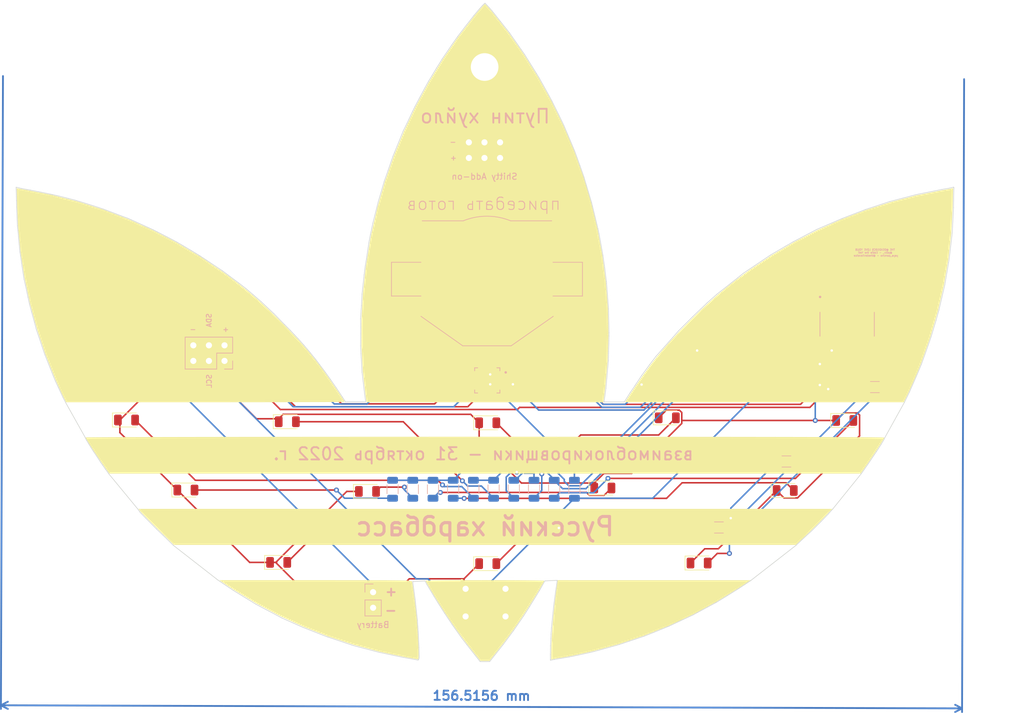
<source format=kicad_pcb>
(kicad_pcb (version 20221018) (generator pcbnew)
  (title_block (title "гопник badge") (date "2023-02-22") (rev "v0.3") (company "DE:AD:10:C5") (comment 1 "Русский хардбасс"))
  (layers (0 "F.Cu" signal) (31 "B.Cu" signal) (34 "B.Paste" user) (35 "F.Paste" user) (36 "B.SilkS" user "B.Silkscreen") (37 "F.SilkS" user "F.Silkscreen") (38 "B.Mask" user) (39 "F.Mask" user) (44 "Edge.Cuts" user))
  (net 0 "")
  (net 1 "GND")
  (net 2 "Net-(D1-Pad2)")
  (net 3 "Net-(D2-Pad2)")
  (net 4 "Net-(D3-Pad2)")
  (net 5 "Net-(D4-Pad2)")
  (net 6 "Net-(D5-Pad2)")
  (net 7 "Net-(D6-Pad2)")
  (net 8 "Net-(D7-Pad2)")
  (net 9 "Net-(D8-Pad2)")
  (net 10 "Net-(D9-Pad2)")
  (net 11 "Net-(D10-Pad2)")
  (net 12 "Net-(D11-Pad2)")
  (net 13 "Net-(D12-Pad2)")
  (net 14 "Net-(J1-Pin_1)")
  (net 15 "VDD")
  (net 16 "/9(SCL)")
  (net 17 "/7(SDA)")
  (net 18 "/4(RST)")
  (net 19 "/12(SAO2)")
  (net 20 "/13(SAO1)")
  (net 21 "/2(LED Bottom Row)")
  (net 22 "/3(LED Mid Row)")
  (net 23 "/5(LED Top Row)")
  (footprint "Adidas:Adidas_Logo" (layer "F.Cu") (at 165.1 91.44)
    (fp_text reference "silkscreen" hide)
    (fp_text value "LOGO" hide)
  )
  (footprint "LED_SMD:LED_1206_3216Metric" (layer "F.Cu") (at 165.5572 129.0828)
    (fp_text reference "D2" hide)
    (fp_text value "CTL1206FWH1T" hide)
  )
  (footprint "DEAD10C5:MountingHole_4.5mm" (layer "F.Cu") (at 165.0492 48.2092)
    (fp_text reference "REF**" hide)
    (fp_text value "MountingHole_4.5mm" hide)
  )
  (footprint "LED_SMD:LED_1206_3216Metric" (layer "F.Cu") (at 145.9715 117.3226)
    (fp_text reference "D5" hide)
    (fp_text value "CTL1206FWH1T" hide)
  )
  (footprint "LED_SMD:LED_1206_3216Metric" (layer "F.Cu") (at 223.6978 105.7656)
    (fp_text reference "D12" hide)
    (fp_text value "CTL1206FWH1T" hide)
  )
  (footprint "LED_SMD:LED_1206_3216Metric" (layer "F.Cu") (at 116.4084 117.094)
    (fp_text reference "D4" hide)
    (fp_text value "CTL1206FWH1T" hide)
  )
  (footprint "Connector_PinHeader_2.54mm:PinHeader_2x03_P2.54mm_Vertical" (layer "F.Cu") (at 162.4838 63.0174 90)
    (fp_text reference "J2" hide)
    (fp_text value "Shitty Add-on")
  )
  (footprint "LED_SMD:LED_1206_3216Metric" (layer "F.Cu") (at 184.3047 116.7638)
    (fp_text reference "D6" hide)
    (fp_text value "CTL1206FWH1T" hide)
  )
  (footprint "LED_SMD:LED_1206_3216Metric" (layer "F.Cu") (at 165.5574 106.1466)
    (fp_text reference "D10" hide)
    (fp_text value "CTL1206FWH1T" hide)
  )
  (footprint "LED_SMD:LED_1206_3216Metric" (layer "F.Cu") (at 106.731 105.6894)
    (fp_text reference "D8" hide)
    (fp_text value "CTL1206FWH1T" hide)
  )
  (footprint "LED_SMD:LED_1206_3216Metric" (layer "F.Cu") (at 132.9184 105.9688)
    (fp_text reference "D9" hide)
    (fp_text value "CTL1206FWH1T" hide)
  )
  (footprint "DEAD10C5:SW_B3F-1000" (layer "F.Cu") (at 165.2016 135.4288)
    (fp_text reference "S1" hide)
    (fp_text value "B3F-1000" hide)
  )
  (footprint "LED_SMD:LED_1206_3216Metric" (layer "F.Cu") (at 194.7928 105.3338)
    (fp_text reference "D11" hide)
    (fp_text value "CTL1206FWH1T" hide)
  )
  (footprint "LED_SMD:LED_1206_3216Metric" (layer "F.Cu") (at 199.9742 128.9812)
    (fp_text reference "D3" hide)
    (fp_text value "CTL1206FWH1T" hide)
  )
  (footprint "LED_SMD:LED_1206_3216Metric" (layer "F.Cu") (at 213.9952 117.1702)
    (fp_text reference "D7" hide)
    (fp_text value "CTL1206FWH1T" hide)
  )
  (footprint "LED_SMD:LED_1206_3216Metric" (layer "F.Cu") (at 131.5098 128.8796)
    (fp_text reference "D1" hide)
    (fp_text value "CTL1206FWH1T" hide)
  )
  (footprint "Resistor_SMD:R_1206_3216Metric" (layer "B.Cu") (at 153.3504 116.967 -90)
    (fp_text reference "R5" hide)
    (fp_text value "220Ω" hide)
  )
  (footprint "Resistor_SMD:R_1206_3216Metric" (layer "B.Cu") (at 150.0604 116.967 -90)
    (fp_text reference "R4" hide)
    (fp_text value "220Ω" hide)
  )
  (footprint "Resistor_SMD:R_1206_3216Metric" (layer "B.Cu") (at 166.5104 116.967 -90)
    (fp_text reference "R9" hide)
    (fp_text value "220Ω" hide)
  )
  (footprint "Resistor_SMD:R_1206_3216Metric" (layer "B.Cu") (at 176.3804 116.967 -90)
    (fp_text reference "R12" hide)
    (fp_text value "220Ω" hide)
  )
  (footprint "Resistor_SMD:R_1206_3216Metric" (layer "B.Cu") (at 179.6704 116.967 -90)
    (fp_text reference "R13" hide)
    (fp_text value "10kΩ" hide)
  )
  (footprint "Resistor_SMD:R_1206_3216Metric" (layer "B.Cu") (at 228.6 100.33)
    (fp_text reference "R3" hide)
    (fp_text value "220Ω" hide)
  )
  (footprint "Resistor_SMD:R_1206_3216Metric" (layer "B.Cu") (at 169.8004 116.967 -90)
    (fp_text reference "R10" hide)
    (fp_text value "220Ω" hide)
  )
  (footprint "Resistor_SMD:R_1206_3216Metric" (layer "B.Cu") (at 163.2204 116.967 -90)
    (fp_text reference "R8" hide)
    (fp_text value "220Ω" hide)
  )
  (footprint "Resistor_SMD:R_1206_3216Metric" (layer "B.Cu") (at 156.6404 116.967 -90)
    (fp_text reference "R6" hide)
    (fp_text value "220Ω" hide)
  )
  (footprint "Connector_PinSocket_2.54mm:PinSocket_1x02_P2.54mm_Vertical" (layer "B.Cu") (at 146.8878 133.7256 180)
    (fp_text reference "J4" hide)
    (fp_text value "Battery")
  )
  (footprint "Resistor_SMD:R_1206_3216Metric" (layer "B.Cu") (at 173.0904 116.967 -90)
    (fp_text reference "R11" hide)
    (fp_text value "220Ω" hide)
  )
  (footprint "Resistor_SMD:R_1206_3216Metric" (layer "B.Cu") (at 214.1982 112.4458 180)
    (fp_text reference "R2" hide)
    (fp_text value "220Ω" hide)
  )
  (footprint "Resistor_SMD:R_1206_3216Metric" (layer "B.Cu") (at 159.9304 116.967 -90)
    (fp_text reference "R7" hide)
    (fp_text value "220Ω" hide)
  )
  (footprint "DEAD10C5:SOIC127P599X175-14N" (layer "B.Cu") (at 224.0801 90.0916 -90)
    (fp_text reference "U2" hide)
    (fp_text value "ATTINY841-SSU" hide)
  )
  (footprint "DEAD10C5:BatteryHolder_Keystone_3002_1x2032" (layer "B.Cu") (at 165.4302 82.7532 180)
    (fp_text reference "BT1" hide)
    (fp_text value "Battery_Cell" hide)
  )
  (footprint "Resistor_SMD:R_1206_3216Metric" (layer "B.Cu") (at 203.2 123.19 180)
    (fp_text reference "R1" hide)
    (fp_text value "220Ω" hide)
  )
  (footprint "Connector_PinHeader_2.54mm:PinHeader_2x03_P2.54mm_Vertical" (layer "B.Cu") (at 122.6924 96.0678 90)
    (fp_text reference "J1" hide)
    (fp_text value "ISP Header" hide)
  )
  (footprint "DEAD10C5:QFN50P400X400X95-24N" (layer "B.Cu") (at 165.481 99.2378 180)
    (fp_text reference "U1" hide)
    (fp_text value "MPU-6050" hide)
  )
  (gr_line (start 159.75 138.97) (end 161.3 141.17) (stroke (width 0.1)) (layer "Edge.Cuts"))
  (gr_line (start 221.57 120.37) (end 221.75 120.17) (stroke (width 0.1)) (layer "Edge.Cuts"))
  (gr_line (start 130.7 88.34) (end 128.6 86.37) (stroke (width 0.1)) (layer "Edge.Cuts"))
  (gr_line (start 184.77 142.86) (end 186.51 142.38) (stroke (width 0.1)) (layer "Edge.Cuts"))
  (gr_line (start 89.26 77.08) (end 89.38 78.34) (stroke (width 0.1)) (layer "Edge.Cuts"))
  (gr_line (start 158.12 46.93) (end 157.24 48.35) (stroke (width 0.1)) (layer "Edge.Cuts"))
  (gr_line (start 146.85 73.65) (end 146.46 75.47) (stroke (width 0.1)) (layer "Edge.Cuts"))
  (gr_line (start 157.47 135.48) (end 158.5 137.1) (stroke (width 0.1)) (layer "Edge.Cuts"))
  (gr_line (start 94.33 97.29) (end 94.82 98.53) (stroke (width 0.1)) (layer "Edge.Cuts"))
  (gr_line (start 241.2 75.2) (end 241.4 71.11) (stroke (width 0.1)) (layer "Edge.Cuts"))
  (gr_line (start 195.08 139.25) (end 197.1 138.3) (stroke (width 0.1)) (layer "Edge.Cuts"))
  (gr_line (start 109.85 121.65) (end 111.61 123.42) (stroke (width 0.1)) (layer "Edge.Cuts"))
  (gr_line (start 153.73 134.9) (end 153.34 132) (stroke (width 0.1)) (layer "Edge.Cuts"))
  (gr_line (start 95.63 100.37) (end 96.39 102) (stroke (width 0.1)) (layer "Edge.Cuts"))
  (gr_line (start 140.86 100.41) (end 139.96 99.11) (stroke (width 0.1)) (layer "Edge.Cuts"))
  (gr_line (start 144.92 94.91) (end 145.09 97.9) (stroke (width 0.1)) (layer "Edge.Cuts"))
  (gr_line (start 189.54 100.08) (end 188.73 101.27) (stroke (width 0.1)) (layer "Edge.Cuts"))
  (gr_line (start 198.97 88.83) (end 196.66 91.14) (stroke (width 0.1)) (layer "Edge.Cuts"))
  (gr_line (start 175.94 139.49) (end 175.87 140.56) (stroke (width 0.1)) (layer "Edge.Cuts"))
  (gr_line (start 176.88 131.8) (end 176.63 133.51) (stroke (width 0.1)) (layer "Edge.Cuts"))
  (gr_line (start 181.62 67.48) (end 181.22 66.13) (stroke (width 0.1)) (layer "Edge.Cuts"))
  (gr_line (start 184.6 80.91) (end 184.31 78.87) (stroke (width 0.1)) (layer "Edge.Cuts"))
  (gr_line (start 144.99 87.06) (end 144.85 89.2) (stroke (width 0.1)) (layer "Edge.Cuts"))
  (gr_line (start 159.7 44.61) (end 158.12 46.93) (stroke (width 0.1)) (layer "Edge.Cuts"))
  (gr_line (start 100 108.52) (end 100.08 108.72) (stroke (width 0.1)) (layer "Edge.Cuts"))
  (gr_line (start 148.7 66.84) (end 147.71 70.22) (stroke (width 0.1)) (layer "Edge.Cuts"))
  (gr_line (start 186.51 142.38) (end 186.94 142.26) (stroke (width 0.1)) (layer "Edge.Cuts"))
  (gr_line (start 175.76 144.81) (end 176.47 144.67) (stroke (width 0.1)) (layer "Edge.Cuts"))
  (gr_line (start 226.37 114.45) (end 227.51 112.82) (stroke (width 0.1)) (layer "Edge.Cuts"))
  (gr_line (start 199.02 137.41) (end 199.71 137.03) (stroke (width 0.1)) (layer "Edge.Cuts"))
  (gr_line (start 184.88 83.17) (end 184.6 80.91) (stroke (width 0.1)) (layer "Edge.Cuts"))
  (gr_line (start 162.19 142.32) (end 164.32 145.03) (stroke (width 0.1)) (layer "Edge.Cuts"))
  (gr_line (start 201.37 136.14) (end 202.68 135.43) (stroke (width 0.1)) (layer "Edge.Cuts"))
  (gr_line (start 239.53 68.14) (end 235.65 68.92) (stroke (width 0.1)) (layer "Edge.Cuts"))
  (gr_line (start 185.31 91.48) (end 185.22 87.61) (stroke (width 0.1)) (layer "Edge.Cuts"))
  (gr_line (start 175.87 140.56) (end 175.84 141.24) (stroke (width 0.1)) (layer "Edge.Cuts"))
  (gr_line (start 230.21 108.58) (end 233.41 102.81) (stroke (width 0.1)) (layer "Edge.Cuts"))
  (gr_line (start 236.72 95.09) (end 237.77 92.09) (stroke (width 0.1)) (layer "Edge.Cuts"))
  (gr_line (start 165.12 37.81) (end 164.98 37.93) (stroke (width 0.1)) (layer "Edge.Cuts"))
  (gr_line (start 139.96 99.11) (end 139.17 98) (stroke (width 0.1)) (layer "Edge.Cuts"))
  (gr_line (start 138.17 96.66) (end 137.55 95.84) (stroke (width 0.1)) (layer "Edge.Cuts"))
  (gr_line (start 127.82 135.7) (end 132.08 137.95) (stroke (width 0.1)) (layer "Edge.Cuts"))
  (gr_line (start 163.33 39.79) (end 162.07 41.4) (stroke (width 0.1)) (layer "Edge.Cuts"))
  (gr_line (start 161.3 141.17) (end 162.19 142.32) (stroke (width 0.1)) (layer "Edge.Cuts"))
  (gr_line (start 95.15 99.33) (end 95.63 100.37) (stroke (width 0.1)) (layer "Edge.Cuts"))
  (gr_line (start 183.5 74.55) (end 182.62 70.92) (stroke (width 0.1)) (layer "Edge.Cuts"))
  (gr_line (start 154.32 144.64) (end 154.39 144.43) (stroke (width 0.1)) (layer "Edge.Cuts"))
  (gr_line (start 182.16 143.55) (end 182.75 143.42) (stroke (width 0.1)) (layer "Edge.Cuts"))
  (gr_line (start 176 53.74) (end 175.5 52.81) (stroke (width 0.1)) (layer "Edge.Cuts"))
  (gr_line (start 132.08 137.95) (end 135.43 139.44) (stroke (width 0.1)) (layer "Edge.Cuts"))
  (gr_line (start 144.87 90.61) (end 144.87 91.54) (stroke (width 0.1)) (layer "Edge.Cuts"))
  (gr_line (start 150.37 62.14) (end 150.13 62.73) (stroke (width 0.1)) (layer "Edge.Cuts"))
  (gr_line (start 93.1 94.06) (end 93.46 95.09) (stroke (width 0.1)) (layer "Edge.Cuts"))
  (gr_line (start 113.39 75.91) (end 111.8 75.09) (stroke (width 0.1)) (layer "Edge.Cuts"))
  (gr_line (start 94.62 68.97) (end 92.84 68.6) (stroke (width 0.1)) (layer "Edge.Cuts"))
  (gr_line (start 197.1 138.3) (end 199.02 137.41) (stroke (width 0.1)) (layer "Edge.Cuts"))
  (gr_line (start 101.34 70.81) (end 98.47 69.92) (stroke (width 0.1)) (layer "Edge.Cuts"))
  (gr_line (start 215.78 126.08) (end 216.73 125.18) (stroke (width 0.1)) (layer "Edge.Cuts"))
  (gr_line (start 127.31 85.25) (end 126.17 84.28) (stroke (width 0.1)) (layer "Edge.Cuts"))
  (gr_line (start 216.73 125.18) (end 218.39 123.65) (stroke (width 0.1)) (layer "Edge.Cuts"))
  (gr_line (start 155.93 50.51) (end 155.32 51.61) (stroke (width 0.1)) (layer "Edge.Cuts"))
  (gr_line (start 89.38 78.34) (end 89.48 78.93) (stroke (width 0.1)) (layer "Edge.Cuts"))
  (gr_line (start 229.62 109.65) (end 230.12 108.8) (stroke (width 0.1)) (layer "Edge.Cuts"))
  (gr_line (start 93.46 95.09) (end 93.82 96) (stroke (width 0.1)) (layer "Edge.Cuts"))
  (gr_line (start 182.46 70.27) (end 181.62 67.48) (stroke (width 0.1)) (layer "Edge.Cuts"))
  (gr_line (start 106.95 72.84) (end 106.21 72.58) (stroke (width 0.1)) (layer "Edge.Cuts"))
  (gr_line (start 235.49 98.24) (end 236.17 96.62) (stroke (width 0.1)) (layer "Edge.Cuts"))
  (gr_line (start 164.98 37.93) (end 164.7 38.19) (stroke (width 0.1)) (layer "Edge.Cuts"))
  (gr_line (start 154.14 144.77) (end 154.29 144.74) (stroke (width 0.1)) (layer "Edge.Cuts"))
  (gr_line (start 109.13 120.91) (end 109.85 121.65) (stroke (width 0.1)) (layer "Edge.Cuts"))
  (gr_line (start 173.48 49.25) (end 171.58 46.2) (stroke (width 0.1)) (layer "Edge.Cuts"))
  (gr_line (start 154.1 138.31) (end 153.73 134.9) (stroke (width 0.1)) (layer "Edge.Cuts"))
  (gr_line (start 234.22 101.15) (end 235.49 98.24) (stroke (width 0.1)) (layer "Edge.Cuts"))
  (gr_line (start 218.39 123.65) (end 219.83 122.22) (stroke (width 0.1)) (layer "Edge.Cuts"))
  (gr_line (start 139.5 141.02) (end 143.74 142.44) (stroke (width 0.1)) (layer "Edge.Cuts"))
  (gr_line (start 219.83 122.22) (end 221.01 120.99) (stroke (width 0.1)) (layer "Edge.Cuts"))
  (gr_line (start 151.77 144.34) (end 154.14 144.77) (stroke (width 0.1)) (layer "Edge.Cuts"))
  (gr_line (start 237.77 92.09) (end 238.56 89.45) (stroke (width 0.1)) (layer "Edge.Cuts"))
  (gr_line (start 134.03 91.76) (end 133.44 91.12) (stroke (width 0.1)) (layer "Edge.Cuts"))
  (gr_line (start 153.34 132) (end 155.35 131.9) (stroke (width 0.1)) (layer "Edge.Cuts"))
  (gr_line (start 91.74 89.74) (end 92.05 90.95) (stroke (width 0.1)) (layer "Edge.Cuts"))
  (gr_line (start 199.71 137.03) (end 201.37 136.14) (stroke (width 0.1)) (layer "Edge.Cuts"))
  (gr_line (start 89.62 67.99) (end 88.76 67.78) (stroke (width 0.1)) (layer "Edge.Cuts"))
  (gr_line (start 95.8 69.24) (end 94.62 68.97) (stroke (width 0.1)) (layer "Edge.Cuts"))
  (gr_line (start 144.85 89.2) (end 144.87 90.61) (stroke (width 0.1)) (layer "Edge.Cuts"))
  (gr_line (start 184.49 102.76) (end 184.8 100.52) (stroke (width 0.1)) (layer "Edge.Cuts"))
  (gr_line (start 157.24 48.35) (end 155.93 50.51) (stroke (width 0.1)) (layer "Edge.Cuts"))
  (gr_line (start 151.8 58.61) (end 150.81 61.06) (stroke (width 0.1)) (layer "Edge.Cuts"))
  (gr_line (start 90.27 83.7) (end 90.69 85.68) (stroke (width 0.1)) (layer "Edge.Cuts"))
  (gr_line (start 196.66 91.14) (end 192.92 95.36) (stroke (width 0.1)) (layer "Edge.Cuts"))
  (gr_line (start 211.64 78.8) (end 207.17 81.8) (stroke (width 0.1)) (layer "Edge.Cuts"))
  (gr_line (start 192.77 140.19) (end 194.88 139.33) (stroke (width 0.1)) (layer "Edge.Cuts"))
  (gr_line (start 177.94 57.7) (end 177.14 56.04) (stroke (width 0.1)) (layer "Edge.Cuts"))
  (gr_line (start 160.66 43.24) (end 159.7 44.61) (stroke (width 0.1)) (layer "Edge.Cuts"))
  (gr_line (start 214.05 77.39) (end 211.64 78.8) (stroke (width 0.1)) (layer "Edge.Cuts"))
  (gr_line (start 191.91 96.69) (end 190.62 98.45) (stroke (width 0.1)) (layer "Edge.Cuts"))
  (gr_line (start 145.51 101.44) (end 145.68 102.72) (stroke (width 0.1)) (layer "Edge.Cuts"))
  (gr_line (start 206.22 82.57) (end 202.87 85.21) (stroke (width 0.1)) (layer "Edge.Cuts"))
  (gr_line (start 155.67 132.51) (end 156.01 133.07) (stroke (width 0.1)) (layer "Edge.Cuts"))
  (gr_line (start 175.84 141.24) (end 175.79 142.45) (stroke (width 0.1)) (layer "Edge.Cuts"))
  (gr_line (start 103.59 114.08) (end 103.85 114.46) (stroke (width 0.1)) (layer "Edge.Cuts"))
  (gr_line (start 126.17 84.28) (end 125.02 83.39) (stroke (width 0.1)) (layer "Edge.Cuts"))
  (gr_line (start 158.5 137.1) (end 159.75 138.97) (stroke (width 0.1)) (layer "Edge.Cuts"))
  (gr_line (start 108.9 120.66) (end 109.13 120.91) (stroke (width 0.1)) (layer "Edge.Cuts"))
  (gr_line (start 236.17 96.62) (end 236.72 95.09) (stroke (width 0.1)) (layer "Edge.Cuts"))
  (gr_line (start 103 71.36) (end 101.34 70.81) (stroke (width 0.1)) (layer "Edge.Cuts"))
  (gr_line (start 102.06 111.85) (end 102.55 112.62) (stroke (width 0.1)) (layer "Edge.Cuts"))
  (gr_line (start 175.79 142.45) (end 175.76 143.89) (stroke (width 0.1)) (layer "Edge.Cuts"))
  (gr_line (start 227.51 112.82) (end 228.87 110.81) (stroke (width 0.1)) (layer "Edge.Cuts"))
  (gr_line (start 188.73 101.27) (end 187.78 102.76) (stroke (width 0.1)) (layer "Edge.Cuts"))
  (gr_line (start 149.34 65.02) (end 148.7 66.84) (stroke (width 0.1)) (layer "Edge.Cuts"))
  (gr_line (start 154.36 142.77) (end 154.23 140.2) (stroke (width 0.1)) (layer "Edge.Cuts"))
  (gr_line (start 100.08 108.72) (end 100.23 108.99) (stroke (width 0.1)) (layer "Edge.Cuts"))
  (gr_line (start 178.81 144.27) (end 180.23 143.98) (stroke (width 0.1)) (layer "Edge.Cuts"))
  (gr_line (start 89.48 78.93) (end 89.75 80.8) (stroke (width 0.1)) (layer "Edge.Cuts"))
  (gr_line (start 111.12 74.74) (end 107.56 73.12) (stroke (width 0.1)) (layer "Edge.Cuts"))
  (gr_line (start 139.17 98) (end 138.17 96.66) (stroke (width 0.1)) (layer "Edge.Cuts"))
  (gr_line (start 145.09 97.9) (end 145.51 101.44) (stroke (width 0.1)) (layer "Edge.Cuts"))
  (gr_line (start 202.68 135.43) (end 202.82 135.36) (stroke (width 0.1)) (layer "Edge.Cuts"))
  (gr_line (start 133.44 91.12) (end 132.45 90.13) (stroke (width 0.1)) (layer "Edge.Cuts"))
  (gr_line (start 154.29 144.74) (end 154.32 144.64) (stroke (width 0.1)) (layer "Edge.Cuts"))
  (gr_line (start 221.75 120.17) (end 226.37 114.45) (stroke (width 0.1)) (layer "Edge.Cuts"))
  (gr_line (start 190.62 98.45) (end 189.73 99.79) (stroke (width 0.1)) (layer "Edge.Cuts"))
  (gr_line (start 150.81 61.06) (end 150.37 62.14) (stroke (width 0.1)) (layer "Edge.Cuts"))
  (gr_line (start 96.85 102.9) (end 100 108.52) (stroke (width 0.1)) (layer "Edge.Cuts"))
  (gr_line (start 173.94 50) (end 173.48 49.25) (stroke (width 0.1)) (layer "Edge.Cuts"))
  (gr_line (start 175.76 143.89) (end 175.76 144.81) (stroke (width 0.1)) (layer "Edge.Cuts"))
  (gr_line (start 114.99 76.75) (end 113.39 75.91) (stroke (width 0.1)) (layer "Edge.Cuts"))
  (gr_line (start 111.61 123.42) (end 112.65 124.42) (stroke (width 0.1)) (layer "Edge.Cuts"))
  (gr_line (start 221.01 120.99) (end 221.57 120.37) (stroke (width 0.1)) (layer "Edge.Cuts"))
  (gr_line (start 138.94 140.82) (end 139.5 141.02) (stroke (width 0.1)) (layer "Edge.Cuts"))
  (gr_line (start 89.94 82.04) (end 90.06 82.79) (stroke (width 0.1)) (layer "Edge.Cuts"))
  (gr_line (start 88.85 71.02) (end 88.97 74.07) (stroke (width 0.1)) (layer "Edge.Cuts"))
  (gr_line (start 204.56 134.29) (end 206.45 133.11) (stroke (width 0.1)) (layer "Edge.Cuts"))
  (gr_line (start 184.91 83.47) (end 184.88 83.17) (stroke (width 0.1)) (layer "Edge.Cuts"))
  (gr_line (start 231.03 70.11) (end 227.08 71.41) (stroke (width 0.1)) (layer "Edge.Cuts"))
  (gr_line (start 202.82 135.36) (end 204.56 134.29) (stroke (width 0.1)) (layer "Edge.Cuts"))
  (gr_line (start 149.91 63.36) (end 149.34 65.02) (stroke (width 0.1)) (layer "Edge.Cuts"))
  (gr_line (start 174.86 131.89) (end 176.88 131.8) (stroke (width 0.1)) (layer "Edge.Cuts"))
  (gr_line (start 103.85 114.46) (end 108.59 120.21) (stroke (width 0.1)) (layer "Edge.Cuts"))
  (gr_line (start 206.45 133.11) (end 207.73 132.27) (stroke (width 0.1)) (layer "Edge.Cuts"))
  (gr_line (start 89.06 74.83) (end 89.26 77.08) (stroke (width 0.1)) (layer "Edge.Cuts"))
  (gr_line (start 185.22 87.61) (end 184.91 83.47) (stroke (width 0.1)) (layer "Edge.Cuts"))
  (gr_line (start 98.47 69.92) (end 97.22 69.6) (stroke (width 0.1)) (layer "Edge.Cuts"))
  (gr_line (start 191.08 140.87) (end 192.77 140.19) (stroke (width 0.1)) (layer "Edge.Cuts"))
  (gr_line (start 184.94 98.95) (end 185.2 96.01) (stroke (width 0.1)) (layer "Edge.Cuts"))
  (gr_line (start 208.39 131.83) (end 215.78 126.08) (stroke (width 0.1)) (layer "Edge.Cuts"))
  (gr_line (start 184.31 78.87) (end 183.68 75.39) (stroke (width 0.1)) (layer "Edge.Cuts"))
  (gr_line (start 154.4 144.3) (end 154.36 142.77) (stroke (width 0.1)) (layer "Edge.Cuts"))
  (gr_line (start 134.68 92.45) (end 134.03 91.76) (stroke (width 0.1)) (layer "Edge.Cuts"))
  (gr_line (start 90.92 86.74) (end 91.27 88.05) (stroke (width 0.1)) (layer "Edge.Cuts"))
  (gr_line (start 132.45 90.13) (end 130.7 88.34) (stroke (width 0.1)) (layer "Edge.Cuts"))
  (gr_line (start 176.3 135.97) (end 175.94 139.49) (stroke (width 0.1)) (layer "Edge.Cuts"))
  (gr_line (start 124.13 133.44) (end 127.82 135.7) (stroke (width 0.1)) (layer "Edge.Cuts"))
  (gr_line (start 88.97 74.07) (end 89.06 74.83) (stroke (width 0.1)) (layer "Edge.Cuts"))
  (gr_line (start 142.38 102.72) (end 141.9 101.97) (stroke (width 0.1)) (layer "Edge.Cuts"))
  (gr_line (start 239.03 87.78) (end 239.98 83.69) (stroke (width 0.1)) (layer "Edge.Cuts"))
  (gr_line (start 145.43 82.07) (end 145.14 84.7) (stroke (width 0.1)) (layer "Edge.Cuts"))
  (gr_line (start 93.82 96) (end 94.33 97.29) (stroke (width 0.1)) (layer "Edge.Cuts"))
  (gr_line (start 88.82 69.95) (end 88.85 71.02) (stroke (width 0.1)) (layer "Edge.Cuts"))
  (gr_line (start 154.49 53.17) (end 153.74 54.58) (stroke (width 0.1)) (layer "Edge.Cuts"))
  (gr_line (start 154.39 144.43) (end 154.4 144.3) (stroke (width 0.1)) (layer "Edge.Cuts"))
  (gr_line (start 125.02 83.39) (end 122.38 81.42) (stroke (width 0.1)) (layer "Edge.Cuts"))
  (gr_line (start 175.5 52.81) (end 173.94 50) (stroke (width 0.1)) (layer "Edge.Cuts"))
  (gr_line (start 89.75 80.8) (end 89.94 82.04) (stroke (width 0.1)) (layer "Edge.Cuts"))
  (gr_line (start 118.73 78.99) (end 117.34 78.14) (stroke (width 0.1)) (layer "Edge.Cuts"))
  (gr_line (start 182.75 143.42) (end 184.77 142.86) (stroke (width 0.1)) (layer "Edge.Cuts"))
  (gr_line (start 169.1 42.65) (end 167.65 40.82) (stroke (width 0.1)) (layer "Edge.Cuts"))
  (gr_line (start 128.6 86.37) (end 127.31 85.25) (stroke (width 0.1)) (layer "Edge.Cuts"))
  (gr_line (start 146.2 76.82) (end 145.81 79.46) (stroke (width 0.1)) (layer "Edge.Cuts"))
  (gr_line (start 145.14 84.7) (end 145.09 85.2) (stroke (width 0.1)) (layer "Edge.Cuts"))
  (gr_line (start 180.57 64.27) (end 179.72 61.92) (stroke (width 0.1)) (layer "Edge.Cuts"))
  (gr_line (start 182.62 70.92) (end 182.46 70.27) (stroke (width 0.1)) (layer "Edge.Cuts"))
  (gr_line (start 135.43 139.44) (end 138.94 140.82) (stroke (width 0.1)) (layer "Edge.Cuts"))
  (gr_line (start 164.32 145.03) (end 165.87 145.03) (stroke (width 0.1)) (layer "Edge.Cuts"))
  (gr_line (start 180.23 143.98) (end 182.16 143.55) (stroke (width 0.1)) (layer "Edge.Cuts"))
  (gr_line (start 121.64 131.77) (end 124.13 133.44) (stroke (width 0.1)) (layer "Edge.Cuts"))
  (gr_line (start 183.68 75.39) (end 183.5 74.55) (stroke (width 0.1)) (layer "Edge.Cuts"))
  (gr_line (start 241.4 71.11) (end 241.46 67.9) (stroke (width 0.1)) (layer "Edge.Cuts"))
  (gr_line (start 169.74 140) (end 171.41 137.58) (stroke (width 0.1)) (layer "Edge.Cuts"))
  (gr_line (start 156.81 134.4) (end 157.47 135.48) (stroke (width 0.1)) (layer "Edge.Cuts"))
  (gr_line (start 144.85 93.63) (end 144.92 94.91) (stroke (width 0.1)) (layer "Edge.Cuts"))
  (gr_line (start 241.46 67.9) (end 241.45 67.77) (stroke (width 0.1)) (layer "Edge.Cuts"))
  (gr_line (start 141.9 101.97) (end 140.86 100.41) (stroke (width 0.1)) (layer "Edge.Cuts"))
  (gr_line (start 88.76 67.78) (end 88.78 68.57) (stroke (width 0.1)) (layer "Edge.Cuts"))
  (gr_line (start 120.51 80.17) (end 119.79 79.69) (stroke (width 0.1)) (layer "Edge.Cuts"))
  (gr_line (start 103.29 113.67) (end 103.59 114.08) (stroke (width 0.1)) (layer "Edge.Cuts"))
  (gr_line (start 117.34 78.14) (end 115.99 77.34) (stroke (width 0.1)) (layer "Edge.Cuts"))
  (gr_line (start 202.87 85.21) (end 201.3 86.6) (stroke (width 0.1)) (layer "Edge.Cuts"))
  (gr_line (start 185.2 96.01) (end 185.31 92.01) (stroke (width 0.1)) (layer "Edge.Cuts"))
  (gr_line (start 106.21 72.58) (end 103 71.36) (stroke (width 0.1)) (layer "Edge.Cuts"))
  (gr_line (start 168.05 142.28) (end 169.74 140) (stroke (width 0.1)) (layer "Edge.Cuts"))
  (gr_line (start 240.6 67.96) (end 239.53 68.14) (stroke (width 0.1)) (layer "Edge.Cuts"))
  (gr_line (start 207.17 81.8) (end 206.22 82.57) (stroke (width 0.1)) (layer "Edge.Cuts"))
  (gr_line (start 90.06 82.79) (end 90.27 83.7) (stroke (width 0.1)) (layer "Edge.Cuts"))
  (gr_line (start 166.29 39.1) (end 165.86 38.61) (stroke (width 0.1)) (layer "Edge.Cuts"))
  (gr_line (start 238.56 89.45) (end 239.03 87.78) (stroke (width 0.1)) (layer "Edge.Cuts"))
  (gr_line (start 174 133.42) (end 174.86 131.89) (stroke (width 0.1)) (layer "Edge.Cuts"))
  (gr_line (start 147.87 143.52) (end 151.77 144.34) (stroke (width 0.1)) (layer "Edge.Cuts"))
  (gr_line (start 101.36 110.81) (end 102.06 111.85) (stroke (width 0.1)) (layer "Edge.Cuts"))
  (gr_line (start 142.38 102.72) (end 145.68 102.72) (stroke (width 0.1)) (layer "Edge.Cuts"))
  (gr_line (start 171.58 46.2) (end 170.96 45.32) (stroke (width 0.1)) (layer "Edge.Cuts"))
  (gr_line (start 91.27 88.05) (end 91.74 89.74) (stroke (width 0.1)) (layer "Edge.Cuts"))
  (gr_line (start 228.87 110.81) (end 229.62 109.65) (stroke (width 0.1)) (layer "Edge.Cuts"))
  (gr_line (start 240.6 80.06) (end 240.71 79.36) (stroke (width 0.1)) (layer "Edge.Cuts"))
  (gr_line (start 92.52 92.31) (end 93.1 94.06) (stroke (width 0.1)) (layer "Edge.Cuts"))
  (gr_line (start 145.09 85.2) (end 144.99 87.06) (stroke (width 0.1)) (layer "Edge.Cuts"))
  (gr_line (start 153.74 54.58) (end 153.3 55.47) (stroke (width 0.1)) (layer "Edge.Cuts"))
  (gr_line (start 144.87 91.54) (end 144.85 93.63) (stroke (width 0.1)) (layer "Edge.Cuts"))
  (gr_line (start 179.72 61.92) (end 178.57 59.19) (stroke (width 0.1)) (layer "Edge.Cuts"))
  (gr_line (start 172.36 136.09) (end 174 133.42) (stroke (width 0.1)) (layer "Edge.Cuts"))
  (gr_line (start 114.36 126.1) (end 121.64 131.77) (stroke (width 0.1)) (layer "Edge.Cuts"))
  (gr_line (start 102.55 112.62) (end 102.84 113.02) (stroke (width 0.1)) (layer "Edge.Cuts"))
  (gr_line (start 150.13 62.73) (end 149.91 63.36) (stroke (width 0.1)) (layer "Edge.Cuts"))
  (gr_line (start 188.66 141.68) (end 191.08 140.87) (stroke (width 0.1)) (layer "Edge.Cuts"))
  (gr_line (start 91.06 68.25) (end 89.62 67.99) (stroke (width 0.1)) (layer "Edge.Cuts"))
  (gr_line (start 165.86 38.61) (end 165.12 37.81) (stroke (width 0.1)) (layer "Edge.Cuts"))
  (gr_line (start 164.22 38.73) (end 163.33 39.79) (stroke (width 0.1)) (layer "Edge.Cuts"))
  (gr_line (start 92.05 90.95) (end 92.52 92.31) (stroke (width 0.1)) (layer "Edge.Cuts"))
  (gr_line (start 108.59 120.21) (end 108.9 120.66) (stroke (width 0.1)) (layer "Edge.Cuts"))
  (gr_line (start 96.39 102) (end 96.85 102.9) (stroke (width 0.1)) (layer "Edge.Cuts"))
  (gr_line (start 145.62 80.54) (end 145.53 81.27) (stroke (width 0.1)) (layer "Edge.Cuts"))
  (gr_line (start 155.32 51.61) (end 154.49 53.17) (stroke (width 0.1)) (layer "Edge.Cuts"))
  (gr_line (start 170.96 45.32) (end 169.1 42.65) (stroke (width 0.1)) (layer "Edge.Cuts"))
  (gr_line (start 164.7 38.19) (end 164.22 38.73) (stroke (width 0.1)) (layer "Edge.Cuts"))
  (gr_line (start 112.65 124.42) (end 114.36 126.1) (stroke (width 0.1)) (layer "Edge.Cuts"))
  (gr_line (start 92.84 68.6) (end 91.06 68.25) (stroke (width 0.1)) (layer "Edge.Cuts"))
  (gr_line (start 186.94 142.26) (end 188.66 141.68) (stroke (width 0.1)) (layer "Edge.Cuts"))
  (gr_line (start 111.8 75.09) (end 111.12 74.74) (stroke (width 0.1)) (layer "Edge.Cuts"))
  (gr_line (start 147.71 70.22) (end 146.85 73.65) (stroke (width 0.1)) (layer "Edge.Cuts"))
  (gr_line (start 241.45 67.77) (end 240.6 67.96) (stroke (width 0.1)) (layer "Edge.Cuts"))
  (gr_line (start 189.73 99.79) (end 189.54 100.08) (stroke (width 0.1)) (layer "Edge.Cuts"))
  (gr_line (start 181.22 66.13) (end 180.57 64.27) (stroke (width 0.1)) (layer "Edge.Cuts"))
  (gr_line (start 155.35 131.9) (end 155.67 132.51) (stroke (width 0.1)) (layer "Edge.Cuts"))
  (gr_line (start 90.69 85.68) (end 90.92 86.74) (stroke (width 0.1)) (layer "Edge.Cuts"))
  (gr_line (start 97.22 69.6) (end 95.8 69.24) (stroke (width 0.1)) (layer "Edge.Cuts"))
  (gr_line (start 102.84 113.02) (end 103.29 113.67) (stroke (width 0.1)) (layer "Edge.Cuts"))
  (gr_line (start 230.12 108.8) (end 230.21 108.58) (stroke (width 0.1)) (layer "Edge.Cuts"))
  (gr_line (start 171.41 137.58) (end 172.36 136.09) (stroke (width 0.1)) (layer "Edge.Cuts"))
  (gr_line (start 94.82 98.53) (end 95.15 99.33) (stroke (width 0.1)) (layer "Edge.Cuts"))
  (gr_line (start 192.92 95.36) (end 191.91 96.69) (stroke (width 0.1)) (layer "Edge.Cuts"))
  (gr_line (start 235.28 69) (end 231.03 70.11) (stroke (width 0.1)) (layer "Edge.Cuts"))
  (gr_line (start 145.53 81.27) (end 145.43 82.07) (stroke (width 0.1)) (layer "Edge.Cuts"))
  (gr_line (start 100.23 108.99) (end 100.58 109.57) (stroke (width 0.1)) (layer "Edge.Cuts"))
  (gr_line (start 145.81 79.46) (end 145.62 80.54) (stroke (width 0.1)) (layer "Edge.Cuts"))
  (gr_line (start 219.17 74.64) (end 215.33 76.65) (stroke (width 0.1)) (layer "Edge.Cuts"))
  (gr_line (start 194.88 139.33) (end 195.08 139.25) (stroke (width 0.1)) (layer "Edge.Cuts"))
  (gr_line (start 107.56 73.12) (end 106.95 72.84) (stroke (width 0.1)) (layer "Edge.Cuts"))
  (gr_line (start 201.3 86.6) (end 198.97 88.83) (stroke (width 0.1)) (layer "Edge.Cuts"))
  (gr_line (start 115.99 77.34) (end 114.99 76.75) (stroke (width 0.1)) (layer "Edge.Cuts"))
  (gr_line (start 178.57 59.19) (end 177.94 57.7) (stroke (width 0.1)) (layer "Edge.Cuts"))
  (gr_line (start 240.71 79.36) (end 241.2 75.2) (stroke (width 0.1)) (layer "Edge.Cuts"))
  (gr_line (start 185.31 92.01) (end 185.31 91.48) (stroke (width 0.1)) (layer "Edge.Cuts"))
  (gr_line (start 162.07 41.4) (end 160.66 43.24) (stroke (width 0.1)) (layer "Edge.Cuts"))
  (gr_line (start 137.55 95.84) (end 136.71 94.8) (stroke (width 0.1)) (layer "Edge.Cuts"))
  (gr_line (start 215.33 76.65) (end 214.05 77.39) (stroke (width 0.1)) (layer "Edge.Cuts"))
  (gr_line (start 233.41 102.81) (end 234.22 101.15) (stroke (width 0.1)) (layer "Edge.Cuts"))
  (gr_line (start 235.65 68.92) (end 235.28 69) (stroke (width 0.1)) (layer "Edge.Cuts"))
  (gr_line (start 177.14 56.04) (end 176 53.74) (stroke (width 0.1)) (layer "Edge.Cuts"))
  (gr_line (start 119.79 79.69) (end 118.73 78.99) (stroke (width 0.1)) (layer "Edge.Cuts"))
  (gr_line (start 153.3 55.47) (end 152.42 57.35) (stroke (width 0.1)) (layer "Edge.Cuts"))
  (gr_line (start 165.87 145.03) (end 168.05 142.28) (stroke (width 0.1)) (layer "Edge.Cuts"))
  (gr_line (start 176.63 133.51) (end 176.3 135.97) (stroke (width 0.1)) (layer "Edge.Cuts"))
  (gr_line (start 167.65 40.82) (end 166.29 39.1) (stroke (width 0.1)) (layer "Edge.Cuts"))
  (gr_line (start 184.8 100.52) (end 184.94 98.95) (stroke (width 0.1)) (layer "Edge.Cuts"))
  (gr_line (start 154.23 140.2) (end 154.1 138.31) (stroke (width 0.1)) (layer "Edge.Cuts"))
  (gr_line (start 207.73 132.27) (end 208.39 131.83) (stroke (width 0.1)) (layer "Edge.Cuts"))
  (gr_line (start 100.58 109.57) (end 100.93 110.14) (stroke (width 0.1)) (layer "Edge.Cuts"))
  (gr_line (start 136.71 94.8) (end 135.62 93.5) (stroke (width 0.1)) (layer "Edge.Cuts"))
  (gr_line (start 146.46 75.47) (end 146.2 76.82) (stroke (width 0.1)) (layer "Edge.Cuts"))
  (gr_line (start 176.47 144.67) (end 178.81 144.27) (stroke (width 0.1)) (layer "Edge.Cuts"))
  (gr_line (start 122.38 81.42) (end 120.51 80.17) (stroke (width 0.1)) (layer "Edge.Cuts"))
  (gr_line (start 152.42 57.35) (end 151.8 58.61) (stroke (width 0.1)) (layer "Edge.Cuts"))
  (gr_line (start 223.28 72.87) (end 219.17 74.64) (stroke (width 0.1)) (layer "Edge.Cuts"))
  (gr_line (start 239.98 83.69) (end 240.6 80.06) (stroke (width 0.1)) (layer "Edge.Cuts"))
  (gr_line (start 187.78 102.76) (end 184.49 102.76) (stroke (width 0.1)) (layer "Edge.Cuts"))
  (gr_line (start 135.62 93.5) (end 134.68 92.45) (stroke (width 0.1)) (layer "Edge.Cuts"))
  (gr_line (start 143.74 142.44) (end 147.87 143.52) (stroke (width 0.1)) (layer "Edge.Cuts"))
  (gr_line (start 227.08 71.41) (end 223.28 72.87) (stroke (width 0.1)) (layer "Edge.Cuts"))
  (gr_line (start 88.78 68.57) (end 88.82 69.95) (stroke (width 0.1)) (layer "Edge.Cuts"))
  (gr_line (start 156.01 133.07) (end 156.81 134.4) (stroke (width 0.1)) (layer "Edge.Cuts"))
  (gr_line (start 100.93 110.14) (end 101.36 110.81) (stroke (width 0.1)) (layer "Edge.Cuts"))
  (gr_text "-" (at 150.9014 137.541) (layer "B.SilkS") (effects (font (size 1.5 1.5) (thickness 0.3) bold) (justify left bottom mirror)))
  (gr_text "SCL" (at 120.1928 99.3648 90) (layer "B.SilkS") (effects (font (size 0.8 0.8)) (justify mirror)))
  (gr_text "+" (at 122.8344 90.9828 90) (layer "B.SilkS") (effects (font (size 0.8 0.8)) (justify mirror)))
  (gr_text "взаимоблокировщики - 31 октябрь 2022 г." (at 164.846 111.2012) (layer "B.SilkS") (effects (font (size 2 2) (thickness 0.3)) (justify mirror)))
  (gr_text "-" (at 117.5512 91.0336 180) (layer "B.SilkS") (effects (font (size 0.8 0.8)) (justify mirror)))
  (gr_text "THE @DEAD10C5 LOVE YOU!!\n@p0lr_ - Eddie the Yeti\nyaya_pancho - @thedevilsvoice " (at 228.6508 78.4352) (layer "B.SilkS") (effects (font (size 0.3 0.3) (thickness 0.075)) (justify mirror)))
  (gr_text "Путин хуйло" (at 165.1254 56.2356) (layer "B.SilkS") (effects (font (size 2.25 2.25) (thickness 0.3)) (justify mirror)))
  (gr_text "-" (at 159.893 60.5282 180) (layer "B.SilkS") (effects (font (size 0.8 0.8)) (justify mirror)))
  (gr_text "+" (at 159.9184 63.0682 90) (layer "B.SilkS") (effects (font (size 0.8 0.8)) (justify mirror)))
  (gr_text "приседать готов" (at 164.8968 70.485) (layer "B.SilkS") (effects (font (size 2 2)) (justify mirror)))
  (gr_text "Русский хардбасс" (at 165.1 123.0376) (layer "B.SilkS") (effects (font (size 3 3) (thickness 0.5)) (justify mirror)))
  (gr_text "SDA" (at 120.1674 89.4588 90) (layer "B.SilkS") (effects (font (size 0.8 0.8)) (justify mirror)))
  (gr_text "+" (at 150.9522 134.493) (layer "B.SilkS") (effects (font (size 1.5 1.5) (thickness 0.3) bold) (justify left bottom mirror)))
  (dimension (type aligned) (layer "B.Cu") (pts (xy 86.617985 49.183655) (xy 243.132785 49.691655)) (height 102.962887) (gr_text "156.5156 mm" (at 164.547042 150.600009 359.8140358) (layer "B.Cu") (effects (font (size 1.5 1.5) (thickness 0.3)))) (format (prefix "") (suffix "") (units 2) (units_format 1) (precision 4)) (style (thickness 0.3) (arrow_length 1.27) (text_position_mode 0) (extension_height 0.58642) (extension_offset 0.5) keep_text_aligned))
  (segment (start 162.7784 104.7676) (end 132.2366 104.7676) (width 0.25) (layer "F.Cu") (net 1))
  (segment (start 226.106 108.2747) (end 216.0025 118.3782) (width 0.25) (layer "F.Cu") (net 1))
  (segment (start 171.0446 115.9545) (end 182.9047 115.9545) (width 0.25) (layer "F.Cu") (net 1))
  (segment (start 182.9047 115.9545) (end 182.9047 116.7638) (width 0.25) (layer "F.Cu") (net 1))
  (segment (start 132.2366 104.7676) (end 131.5184 105.4858) (width 0.25) (layer "F.Cu") (net 1))
  (segment (start 138.4032 136.2656) (end 146.8878 136.2656) (width 0.25) (layer "F.Cu") (net 1))
  (segment (start 194.6387 104.0879) (end 196.7651 104.0879) (width 0.25) (layer "F.Cu") (net 1))
  (segment (start 148.0629 136.2656) (end 152.7773 131.5512) (width 0.25) (layer "F.Cu") (net 1))
  (segment (start 117.6124 93.5278) (end 117.6124 94.7029) (width 0.25) (layer "F.Cu") (net 1))
  (segment (start 223.5134 104.55) (end 225.7687 104.55) (width 0.25) (layer "F.Cu") (net 1))
  (segment (start 197.1525 105.7656) (end 218.8933 105.7656) (width 0.25) (layer "F.Cu") (net 1))
  (segment (start 197.1525 106.2443) (end 197.1525 105.7656) (width 0.25) (layer "F.Cu") (net 1))
  (segment (start 222.2978 105.7656) (end 223.5134 104.55) (width 0.25) (layer "F.Cu") (net 1))
  (segment (start 130.1098 128.8796) (end 131.1468 128.8796) (width 0.25) (layer "F.Cu") (net 1))
  (segment (start 116.6435 94.7029) (end 105.657 105.6894) (width 0.25) (layer "F.Cu") (net 1))
  (segment (start 164.1574 109.0673) (end 171.0446 115.9545) (width 0.25) (layer "F.Cu") (net 1))
  (segment (start 196.7651 104.0879) (end 197.1525 104.4753) (width 0.25) (layer "F.Cu") (net 1))
  (segment (start 127.8855 105.4858) (end 118.9772 96.5775) (width 0.25) (layer "F.Cu") (net 1))
  (segment (start 131.1468 128.7751) (end 142.5993 117.3226) (width 0.25) (layer "F.Cu") (net 1))
  (segment (start 164.1574 106.1466) (end 164.1574 109.0673) (width 0.25) (layer "F.Cu") (net 1))
  (segment (start 131.5184 105.9688) (end 131.5184 105.4858) (width 0.25) (layer "F.Cu") (net 1))
  (segment (start 118.9772 96.5775) (end 118.9772 95.713) (width 0.25) (layer "F.Cu") (net 1))
  (segment (start 164.1574 106.1466) (end 162.7784 104.7676) (width 0.25) (layer "F.Cu") (net 1))
  (segment (start 126.794 128.8796) (end 115.0084 117.094) (width 0.25) (layer "F.Cu") (net 1))
  (segment (start 131.1468 128.8796) (end 131.1468 129.0092) (width 0.25) (layer "F.Cu") (net 1))
  (segment (start 226.106 104.8873) (end 226.106 108.2747) (width 0.25) (layer "F.Cu") (net 1))
  (segment (start 218.8933 105.7656) (end 222.2978 105.7656) (width 0.25) (layer "F.Cu") (net 1))
  (segment (start 184.476 114.3832) (end 189.0136 114.3832) (width 0.25) (layer "F.Cu") (net 1))
  (segment (start 161.6888 131.5512) (end 161.6888 132.916) (width 0.25) (layer "F.Cu") (net 1))
  (segment (start 146.8878 136.2656) (end 148.0629 136.2656) (width 0.25) (layer "F.Cu") (net 1))
  (segment (start 118.9772 95.713) (end 117.9671 94.7029) (width 0.25) (layer "F.Cu") (net 1))
  (segment (start 182.9047 115.9545) (end 184.476 114.3832) (width 0.25) (layer "F.Cu") (net 1))
  (segment (start 131.1468 128.8796) (end 131.1468 128.7751) (width 0.25) (layer "F.Cu") (net 1))
  (segment (start 142.5993 117.3226) (end 144.5715 117.3226) (width 0.25) (layer "F.Cu") (net 1))
  (segment (start 105.331 105.6894) (end 105.657 105.6894) (width 0.25) (layer "F.Cu") (net 1))
  (segment (start 216.0025 118.3782) (end 213.8032 118.3782) (width 0.25) (layer "F.Cu") (net 1))
  (segment (start 161.6888 131.5512) (end 164.1572 129.0828) (width 0.25) (layer "F.Cu") (net 1))
  (segment (start 117.9671 94.7029) (end 117.6124 94.7029) (width 0.25) (layer "F.Cu") (net 1))
  (segment (start 225.7687 104.55) (end 226.106 104.8873) (width 0.25) (layer "F.Cu") (net 1))
  (segment (start 130.1098 128.8796) (end 126.794 128.8796) (width 0.25) (layer "F.Cu") (net 1))
  (segment (start 197.1525 104.4753) (end 197.1525 105.7656) (width 0.25) (layer "F.Cu") (net 1))
  (segment (start 189.0136 114.3832) (end 197.1525 106.2443) (width 0.25) (layer "F.Cu") (net 1))
  (segment (start 131.5184 105.4858) (end 127.8855 105.4858) (width 0.25) (layer "F.Cu") (net 1))
  (segment (start 152.7773 131.5512) (end 161.6888 131.5512) (width 0.25) (layer "F.Cu") (net 1))
  (segment (start 213.8032 118.3782) (end 212.5952 117.1702) (width 0.25) (layer "F.Cu") (net 1))
  (segment (start 105.657 105.6894) (end 105.657 107.7426) (width 0.25) (layer "F.Cu") (net 1))
  (segment (start 193.3928 105.3338) (end 194.6387 104.0879) (width 0.25) (layer "F.Cu") (net 1))
  (segment (start 200.8988 126.6566) (end 198.5742 128.9812) (width 0.25) (layer "F.Cu") (net 1))
  (segment (start 117.6124 94.7029) (end 116.6435 94.7029) (width 0.25) (layer "F.Cu") (net 1))
  (segment (start 203.1088 126.6566) (end 200.8988 126.6566) (width 0.25) (layer "F.Cu") (net 1))
  (segment (start 131.1468 129.0092) (end 138.4032 136.2656) (width 0.25) (layer "F.Cu") (net 1))
  (segment (start 212.5952 117.1702) (end 203.1088 126.6566) (width 0.25) (layer "F.Cu") (net 1))
  (segment (start 161.6888 132.916) (end 161.9516 133.1788) (width 0.25) (layer "F.Cu") (net 1))
  (segment (start 105.657 107.7426) (end 115.0084 117.094) (width 0.25) (layer "F.Cu") (net 1))
  (via (at 218.8933 105.7656) (size 0.8) (drill 0.4) (layers "F.Cu" "B.Cu") (net 1))
  (segment (start 162.4838 60.4774) (end 162.4838 61.6525) (width 0.25) (layer "B.Cu") (net 1))
  (segment (start 162.7909 97.9878) (end 161.1338 96.3307) (width 0.25) (layer "B.Cu") (net 1))
  (segment (start 117.6124 93.5278) (end 118.7875 93.5278) (width 0.25) (layer "B.Cu") (net 1))
  (segment (start 152.6302 96.3307) (end 145.8826 103.0783) (width 0.25) (layer "B.Cu") (net 1))
  (segment (start 163.511 97.9878) (end 162.7909 97.9878) (width 0.25) (layer "B.Cu") (net 1))
  (segment (start 163.6589 60.4774) (end 163.6589 60.1102) (width 0.25) (layer "B.Cu") (net 1))
  (segment (start 220.2701 92.5616) (end 218.8933 93.9384) (width 0.25) (layer "B.Cu") (net 1))
  (segment (start 178.2302 69.4722) (end 178.2302 82.7532) (width 0.25) (layer "B.Cu") (net 1))
  (segment (start 163.6589 60.1102) (end 164.481 59.2881) (width 0.25) (layer "B.Cu") (net 1))
  (segment (start 218.8933 93.9384) (end 218.8933 105.7656) (width 0.25) (layer "B.Cu") (net 1))
  (segment (start 152.6302 96.3307) (end 152.6302 82.7532) (width 0.25) (layer "B.Cu") (net 1))
  (segment (start 140.5601 103.0783) (end 129.8122 92.3304) (width 0.25) (layer "B.Cu") (net 1))
  (segment (start 164.481 59.2881) (end 168.0461 59.2881) (width 0.25) (layer "B.Cu") (net 1))
  (segment (start 168.0461 59.2881) (end 178.2302 69.4722) (width 0.25) (layer "B.Cu") (net 1))
  (segment (start 161.6528 61.6525) (end 162.4838 61.6525) (width 0.25) (layer "B.Cu") (net 1))
  (segment (start 152.6302 82.7532) (end 152.6302 70.6751) (width 0.25) (layer "B.Cu") (net 1))
  (segment (start 152.6302 70.6751) (end 161.6528 61.6525) (width 0.25) (layer "B.Cu") (net 1))
  (segment (start 129.8122 92.3304) (end 119.6177 92.3304) (width 0.25) (layer "B.Cu") (net 1))
  (segment (start 118.7875 93.1606) (end 118.7875 93.5278) (width 0.25) (layer "B.Cu") (net 1))
  (segment (start 119.6177 92.3304) (end 118.7875 93.1606) (width 0.25) (layer "B.Cu") (net 1))
  (segment (start 161.1338 96.3307) (end 152.6302 96.3307) (width 0.25) (layer "B.Cu") (net 1))
  (segment (start 162.4838 60.4774) (end 163.6589 60.4774) (width 0.25) (layer "B.Cu") (net 1))
  (segment (start 145.8826 103.0783) (end 140.5601 103.0783) (width 0.25) (layer "B.Cu") (net 1))
  (segment (start 177.1366 123.2685) (end 138.5209 123.2685) (width 0.25) (layer "F.Cu") (net 2))
  (segment (start 138.5209 123.2685) (end 132.9098 128.8796) (width 0.25) (layer "F.Cu") (net 2))
  (via (at 177.1366 123.2685) (size 0.8) (drill 0.4) (layers "F.Cu" "B.Cu") (net 2))
  (segment (start 201.7375 123.19) (end 201.659 123.2685) (width 0.25) (layer "B.Cu") (net 2))
  (segment (start 201.659 123.2685) (end 177.1366 123.2685) (width 0.25) (layer "B.Cu") (net 2))
  (segment (start 171.1627 124.8773) (end 166.9572 129.0828) (width 0.25) (layer "F.Cu") (net 3))
  (segment (start 205.1315 121.6707) (end 201.9249 124.8773) (width 0.25) (layer "F.Cu") (net 3))
  (segment (start 201.9249 124.8773) (end 171.1627 124.8773) (width 0.25) (layer "F.Cu") (net 3))
  (via (at 205.1315 121.6707) (size 0.8) (drill 0.4) (layers "F.Cu" "B.Cu") (net 3))
  (segment (start 212.7357 112.4458) (end 205.1315 120.05) (width 0.25) (layer "B.Cu") (net 3))
  (segment (start 205.1315 120.05) (end 205.1315 121.6707) (width 0.25) (layer "B.Cu") (net 3))
  (segment (start 202.936 127.4194) (end 201.3742 128.9812) (width 0.25) (layer "F.Cu") (net 4))
  (segment (start 204.9124 127.4194) (end 202.936 127.4194) (width 0.25) (layer "F.Cu") (net 4))
  (via (at 204.9124 127.4194) (size 0.8) (drill 0.4) (layers "F.Cu" "B.Cu") (net 4))
  (segment (start 230.0625 100.33) (end 204.9124 125.4801) (width 0.25) (layer "B.Cu") (net 4))
  (segment (start 204.9124 125.4801) (end 204.9124 127.4194) (width 0.25) (layer "B.Cu") (net 4))
  (segment (start 140.9144 117.094) (end 117.8084 117.094) (width 0.25) (layer "F.Cu") (net 5))
  (via (at 140.9144 117.094) (size 0.8) (drill 0.4) (layers "F.Cu" "B.Cu") (net 5))
  (segment (start 142.2499 118.4295) (end 140.9144 117.094) (width 0.25) (layer "B.Cu") (net 5))
  (segment (start 150.0604 118.4295) (end 142.2499 118.4295) (width 0.25) (layer "B.Cu") (net 5))
  (segment (start 151.9872 116.6187) (end 148.0754 116.6187) (width 0.25) (layer "F.Cu") (net 6))
  (segment (start 148.0754 116.6187) (end 147.3715 117.3226) (width 0.25) (layer "F.Cu") (net 6))
  (via (at 151.9872 116.6187) (size 0.8) (drill 0.4) (layers "F.Cu" "B.Cu") (net 6))
  (segment (start 153.3504 118.4295) (end 151.9872 117.0663) (width 0.25) (layer "B.Cu") (net 6))
  (segment (start 151.9872 117.0663) (end 151.9872 116.6187) (width 0.25) (layer "B.Cu") (net 6))
  (segment (start 182.1224 117.9652) (end 181.6425 117.4853) (width 0.25) (layer "F.Cu") (net 7))
  (segment (start 181.6425 117.4853) (end 157.8376 117.4853) (width 0.25) (layer "F.Cu") (net 7))
  (segment (start 185.7047 116.7638) (end 184.5033 117.9652) (width 0.25) (layer "F.Cu") (net 7))
  (segment (start 184.5033 117.9652) (end 182.1224 117.9652) (width 0.25) (layer "F.Cu") (net 7))
  (via (at 157.8376 117.4853) (size 0.8) (drill 0.4) (layers "F.Cu" "B.Cu") (net 7))
  (segment (start 156.6404 118.4295) (end 157.5846 117.4853) (width 0.25) (layer "B.Cu") (net 7))
  (segment (start 157.5846 117.4853) (end 157.8376 117.4853) (width 0.25) (layer "B.Cu") (net 7))
  (segment (start 197.2113 115.9111) (end 194.672 118.4504) (width 0.25) (layer "F.Cu") (net 8))
  (segment (start 214.1361 115.9111) (end 197.2113 115.9111) (width 0.25) (layer "F.Cu") (net 8))
  (segment (start 215.3952 117.1702) (end 214.1361 115.9111) (width 0.25) (layer "F.Cu") (net 8))
  (segment (start 194.672 118.4504) (end 161.716 118.4504) (width 0.25) (layer "F.Cu") (net 8))
  (via (at 161.716 118.4504) (size 0.8) (drill 0.4) (layers "F.Cu" "B.Cu") (net 8))
  (segment (start 161.6951 118.4295) (end 161.716 118.4504) (width 0.25) (layer "B.Cu") (net 8))
  (segment (start 159.9304 118.4295) (end 161.6951 118.4295) (width 0.25) (layer "B.Cu") (net 8))
  (segment (start 117.9521 115.5105) (end 108.131 105.6894) (width 0.25) (layer "F.Cu") (net 9))
  (segment (start 157.4385 115.5105) (end 117.9521 115.5105) (width 0.25) (layer "F.Cu") (net 9))
  (segment (start 158.1848 116.2568) (end 157.4385 115.5105) (width 0.25) (layer "F.Cu") (net 9))
  (via (at 158.1848 116.2568) (size 0.8) (drill 0.4) (layers "F.Cu" "B.Cu") (net 9))
  (segment (start 158.4584 116.5304) (end 158.1848 116.2568) (width 0.25) (layer "B.Cu") (net 9))
  (segment (start 163.2204 118.4295) (end 161.3213 116.5304) (width 0.25) (layer "B.Cu") (net 9))
  (segment (start 161.3213 116.5304) (end 158.4584 116.5304) (width 0.25) (layer "B.Cu") (net 9))
  (segment (start 161.4207 115.5921) (end 151.7974 105.9688) (width 0.25) (layer "F.Cu") (net 10))
  (segment (start 151.7974 105.9688) (end 134.3184 105.9688) (width 0.25) (layer "F.Cu") (net 10))
  (via (at 161.4207 115.5921) (size 0.8) (drill 0.4) (layers "F.Cu" "B.Cu") (net 10))
  (segment (start 162.2734 116.4448) (end 161.4207 115.5921) (width 0.25) (layer "B.Cu") (net 10))
  (segment (start 164.5257 116.4448) (end 162.2734 116.4448) (width 0.25) (layer "B.Cu") (net 10))
  (segment (start 166.5104 118.4295) (end 164.5257 116.4448) (width 0.25) (layer "B.Cu") (net 10))
  (segment (start 170.2819 109.4711) (end 166.9574 106.1466) (width 0.25) (layer "F.Cu") (net 11))
  (segment (start 170.2819 114.1664) (end 170.2819 109.4711) (width 0.25) (layer "F.Cu") (net 11))
  (via (at 170.2819 114.1664) (size 0.8) (drill 0.4) (layers "F.Cu" "B.Cu") (net 11))
  (segment (start 169.8004 118.4295) (end 168.564 117.1931) (width 0.25) (layer "B.Cu") (net 11))
  (segment (start 168.564 114.9887) (end 169.3863 114.1664) (width 0.25) (layer "B.Cu") (net 11))
  (segment (start 168.564 117.1931) (end 168.564 114.9887) (width 0.25) (layer "B.Cu") (net 11))
  (segment (start 169.3863 114.1664) (end 170.2819 114.1664) (width 0.25) (layer "B.Cu") (net 11))
  (segment (start 193.3934 108.1332) (end 196.1928 105.3338) (width 0.25) (layer "F.Cu") (net 12))
  (segment (start 180.6868 108.1332) (end 193.3934 108.1332) (width 0.25) (layer "F.Cu") (net 12))
  (segment (start 174.3556 114.4644) (end 180.6868 108.1332) (width 0.25) (layer "F.Cu") (net 12))
  (via (at 174.3556 114.4644) (size 0.8) (drill 0.4) (layers "F.Cu" "B.Cu") (net 12))
  (segment (start 173.0904 118.4295) (end 174.3556 117.1643) (width 0.25) (layer "B.Cu") (net 12))
  (segment (start 174.3556 117.1643) (end 174.3556 114.4644) (width 0.25) (layer "B.Cu") (net 12))
  (segment (start 215.6641 115.1993) (end 185.1355 115.1993) (width 0.25) (layer "F.Cu") (net 13))
  (segment (start 225.0978 105.7656) (end 215.6641 115.1993) (width 0.25) (layer "F.Cu") (net 13))
  (via (at 185.1355 115.1993) (size 0.8) (drill 0.4) (layers "F.Cu" "B.Cu") (net 13))
  (segment (start 182.794 117.5408) (end 185.1355 115.1993) (width 0.25) (layer "B.Cu") (net 13))
  (segment (start 177.2691 117.5408) (end 182.794 117.5408) (width 0.25) (layer "B.Cu") (net 13))
  (segment (start 176.3804 118.4295) (end 177.2691 117.5408) (width 0.25) (layer "B.Cu") (net 13))
  (segment (start 123.8675 96.0678) (end 131.7797 103.98) (width 0.25) (layer "F.Cu") (net 14))
  (segment (start 218.0129 103.6378) (end 220.9974 100.6533) (width 0.25) (layer "F.Cu") (net 14))
  (segment (start 170.3968 103.98) (end 170.739 103.6378) (width 0.25) (layer "F.Cu") (net 14))
  (segment (start 131.7797 103.98) (end 170.3968 103.98) (width 0.25) (layer "F.Cu") (net 14))
  (segment (start 122.6924 96.0678) (end 123.8675 96.0678) (width 0.25) (layer "F.Cu") (net 14))
  (segment (start 170.739 103.6378) (end 218.0129 103.6378) (width 0.25) (layer "F.Cu") (net 14))
  (via (at 220.9974 100.6533) (size 0.8) (drill 0.4) (layers "F.Cu" "B.Cu") (net 14))
  (segment (start 220.9974 100.6533) (end 227.8901 93.7606) (width 0.25) (layer "B.Cu") (net 14))
  (segment (start 227.8901 93.7606) (end 227.8901 92.5616) (width 0.25) (layer "B.Cu") (net 14))
  (segment (start 120.7095 94.7029) (end 117.3155 94.7029) (width 0.25) (layer "B.Cu") (net 15))
  (segment (start 165.4302 82.7532) (end 168.1904 85.5134) (width 0.25) (layer "B.Cu") (net 15))
  (segment (start 163.511 100.4878) (end 162.7909 100.4878) (width 0.25) (layer "B.Cu") (net 15))
  (segment (start 208.0717 87.6216) (end 220.2701 87.6216) (width 0.25) (layer "B.Cu") (net 15))
  (segment (start 165.4302 82.7532) (end 166.199 81.9844) (width 0.25) (layer "B.Cu") (net 15))
  (segment (start 182.2991 113.3942) (end 208.0717 87.6216) (width 0.25) (layer "B.Cu") (net 15))
  (segment (start 179.6704 115.5045) (end 179.6704 113.3942) (width 0.25) (layer "B.Cu") (net 15))
  (segment (start 164.4667 61.8423) (end 163.6589 62.6501) (width 0.25) (layer "B.Cu") (net 15))
  (segment (start 163.961 101.928) (end 168.1904 101.928) (width 0.25) (layer "B.Cu") (net 15))
  (segment (start 122.1049 93.5278) (end 121.5173 93.5278) (width 0.25) (layer "B.Cu") (net 15))
  (segment (start 163.6589 62.6501) (end 163.6589 63.0174) (width 0.25) (layer "B.Cu") (net 15))
  (segment (start 168.1904 85.5134) (end 168.1904 101.928) (width 0.25) (layer "B.Cu") (net 15))
  (segment (start 166.199 81.9844) (end 166.199 62.4917) (width 0.25) (layer "B.Cu") (net 15))
  (segment (start 146.8878 133.7256) (end 146.8878 132.5505) (width 0.25) (layer "B.Cu") (net 15))
  (segment (start 122.6924 93.5278) (end 123.8675 93.5278) (width 0.25) (layer "B.Cu") (net 15))
  (segment (start 162.4838 63.0174) (end 163.6589 63.0174) (width 0.25) (layer "B.Cu") (net 15))
  (segment (start 162.7909 100.4878) (end 162.7909 100.7579) (width 0.25) (layer "B.Cu") (net 15))
  (segment (start 116.3897 102.0524) (end 146.8878 132.5505) (width 0.25) (layer "B.Cu") (net 15))
  (segment (start 121.5173 93.5278) (end 121.5173 93.8951) (width 0.25) (layer "B.Cu") (net 15))
  (segment (start 122.1049 93.5278) (end 122.6924 93.5278) (width 0.25) (layer "B.Cu") (net 15))
  (segment (start 165.5496 61.8423) (end 164.4667 61.8423) (width 0.25) (layer "B.Cu") (net 15))
  (segment (start 116.3897 95.6287) (end 116.3897 102.0524) (width 0.25) (layer "B.Cu") (net 15))
  (segment (start 117.3155 94.7029) (end 116.3897 95.6287) (width 0.25) (layer "B.Cu") (net 15))
  (segment (start 166.199 62.4917) (end 165.5496 61.8423) (width 0.25) (layer "B.Cu") (net 15))
  (segment (start 123.8675 93.5278) (end 133.8725 103.5328) (width 0.25) (layer "B.Cu") (net 15))
  (segment (start 160.016 103.5328) (end 162.7909 100.7579) (width 0.25) (layer "B.Cu") (net 15))
  (segment (start 168.1904 101.928) (end 168.2042 101.928) (width 0.25) (layer "B.Cu") (net 15))
  (segment (start 121.5173 93.8951) (end 120.7095 94.7029) (width 0.25) (layer "B.Cu") (net 15))
  (segment (start 179.6704 113.3942) (end 182.2991 113.3942) (width 0.25) (layer "B.Cu") (net 15))
  (segment (start 168.2042 101.928) (end 179.6704 113.3942) (width 0.25) (layer "B.Cu") (net 15))
  (segment (start 162.7909 100.7579) (end 163.961 101.928) (width 0.25) (layer "B.Cu") (net 15))
  (segment (start 133.8725 103.5328) (end 160.016 103.5328) (width 0.25) (layer "B.Cu") (net 15))
  (segment (start 118.9618 93.0056) (end 118.9618 94.0693) (width 0.25) (layer "F.Cu") (net 16))
  (segment (start 141.7557 103.0604) (end 131.0005 92.3052) (width 0.25) (layer "F.Cu") (net 16))
  (segment (start 163.8296 96.1383) (end 156.9075 103.0604) (width 0.25) (layer "F.Cu") (net 16))
  (segment (start 163.8296 62.4814) (end 164.6585 61.6525) (width 0.25) (layer "F.Cu") (net 16))
  (segment (start 216.4864 103.141) (end 184.3846 103.141) (width 0.25) (layer "F.Cu") (net 16))
  (segment (start 119.7852 94.8927) (end 120.1524 94.8927) (width 0.25) (layer "F.Cu") (net 16))
  (segment (start 156.9075 103.0604) (end 141.7557 103.0604) (width 0.25) (layer "F.Cu") (net 16))
  (segment (start 164.6585 61.6525) (end 165.0238 61.6525) (width 0.25) (layer "F.Cu") (net 16))
  (segment (start 118.9618 94.0693) (end 119.7852 94.8927) (width 0.25) (layer "F.Cu") (net 16))
  (segment (start 119.6622 92.3052) (end 118.9618 93.0056) (width 0.25) (layer "F.Cu") (net 16))
  (segment (start 179.5085 98.2649) (end 165.9562 98.2649) (width 0.25) (layer "F.Cu") (net 16))
  (segment (start 163.8296 96.1383) (end 163.8296 62.4814) (width 0.25) (layer "F.Cu") (net 16))
  (segment (start 131.0005 92.3052) (end 119.6622 92.3052) (width 0.25) (layer "F.Cu") (net 16))
  (segment (start 184.3846 103.141) (end 179.5085 98.2649) (width 0.25) (layer "F.Cu") (net 16))
  (segment (start 219.6344 99.993) (end 216.4864 103.141) (width 0.25) (layer "F.Cu") (net 16))
  (segment (start 165.9562 98.2649) (end 163.8296 96.1383) (width 0.25) (layer "F.Cu") (net 16))
  (segment (start 120.1524 96.0678) (end 120.1524 94.8927) (width 0.25) (layer "F.Cu") (net 16))
  (segment (start 165.0238 60.4774) (end 165.0238 61.6525) (width 0.25) (layer "F.Cu") (net 16))
  (via (at 219.6344 99.993) (size 0.8) (drill 0.4) (layers "F.Cu" "B.Cu") (net 16))
  (via (at 165.9562 98.2649) (size 0.8) (drill 0.4) (layers "F.Cu" "B.Cu") (net 16))
  (segment (start 166.231 97.9901) (end 165.9562 98.2649) (width 0.25) (layer "B.Cu") (net 16))
  (segment (start 166.231 97.2678) (end 166.231 97.9901) (width 0.25) (layer "B.Cu") (net 16))
  (segment (start 226.6201 92.5616) (end 226.6201 93.0073) (width 0.25) (layer "B.Cu") (net 16))
  (segment (start 226.6201 93.0073) (end 219.6344 99.993) (width 0.25) (layer "B.Cu") (net 16))
  (segment (start 169.654 99.8776) (end 165.9585 99.8776) (width 0.25) (layer "F.Cu") (net 17))
  (segment (start 120.1524 93.5278) (end 121.3275 93.5278) (width 0.25) (layer "F.Cu") (net 17))
  (segment (start 125.6091 94.8926) (end 122.327 94.8926) (width 0.25) (layer "F.Cu") (net 17))
  (segment (start 165.9585 99.8776) (end 162.3063 103.5298) (width 0.25) (layer "F.Cu") (net 17))
  (segment (start 122.327 94.8926) (end 121.3275 93.8931) (width 0.25) (layer "F.Cu") (net 17))
  (segment (start 162.3063 103.5298) (end 134.2463 103.5298) (width 0.25) (layer "F.Cu") (net 17))
  (segment (start 134.2463 103.5298) (end 125.6091 94.8926) (width 0.25) (layer "F.Cu") (net 17))
  (segment (start 121.3275 93.8931) (end 121.3275 93.5278) (width 0.25) (layer "F.Cu") (net 17))
  (via (at 165.9585 99.8776) (size 0.8) (drill 0.4) (layers "F.Cu" "B.Cu") (net 17))
  (via (at 169.654 99.8776) (size 0.8) (drill 0.4) (layers "F.Cu" "B.Cu") (net 17))
  (segment (start 165.0238 63.0174) (end 165.0238 64.1925) (width 0.25) (layer "B.Cu") (net 17))
  (segment (start 227.8901 86.4752) (end 227.8901 87.6216) (width 0.25) (layer "B.Cu") (net 17))
  (segment (start 226.7275 85.3126) (end 227.8901 86.4752) (width 0.25) (layer "B.Cu") (net 17))
  (segment (start 166.731 97.2678) (end 166.731 96.5477) (width 0.25) (layer "B.Cu") (net 17))
  (segment (start 166.1268 96.5477) (end 156.203 86.6239) (width 0.25) (layer "B.Cu") (net 17))
  (segment (start 166.6862 97.3126) (end 166.6862 99.1499) (width 0.25) (layer "B.Cu") (net 17))
  (segment (start 173.84 104.0636) (end 190.993 104.0636) (width 0.25) (layer "B.Cu") (net 17))
  (segment (start 166.731 97.2678) (end 166.6862 97.3126) (width 0.25) (layer "B.Cu") (net 17))
  (segment (start 156.203 86.6239) (end 156.203 73.0133) (width 0.25) (layer "B.Cu") (net 17))
  (segment (start 166.731 96.5477) (end 166.1268 96.5477) (width 0.25) (layer "B.Cu") (net 17))
  (segment (start 190.993 104.0636) (end 209.744 85.3126) (width 0.25) (layer "B.Cu") (net 17))
  (segment (start 156.203 73.0133) (end 165.0238 64.1925) (width 0.25) (layer "B.Cu") (net 17))
  (segment (start 169.654 99.8776) (end 173.84 104.0636) (width 0.25) (layer "B.Cu") (net 17))
  (segment (start 166.6862 99.1499) (end 165.9585 99.8776) (width 0.25) (layer "B.Cu") (net 17))
  (segment (start 209.744 85.3126) (end 226.7275 85.3126) (width 0.25) (layer "B.Cu") (net 17))
  (segment (start 224.0801 87.1205) (end 224.0801 87.6216) (width 0.25) (layer "B.Cu") (net 18))
  (segment (start 224.1099 90.5992) (end 225.9851 88.724) (width 0.25) (layer "B.Cu") (net 18))
  (segment (start 153.9116 131.5591) (end 155.8319 131.5591) (width 0.25) (layer "B.Cu") (net 18))
  (segment (start 179.6704 118.4295) (end 192.4154 118.4295) (width 0.25) (layer "B.Cu") (net 18))
  (segment (start 225.9851 86.485) (end 225.7857 86.2856) (width 0.25) (layer "B.Cu") (net 18))
  (segment (start 161.1864 136.9135) (end 161.9516 137.6788) (width 0.25) (layer "B.Cu") (net 18))
  (segment (start 155.8319 131.5591) (end 161.1864 136.9135) (width 0.25) (layer "B.Cu") (net 18))
  (segment (start 192.4154 118.4295) (end 220.2457 90.5992) (width 0.25) (layer "B.Cu") (net 18))
  (segment (start 161.1864 136.9135) (end 179.6704 118.4295) (width 0.25) (layer "B.Cu") (net 18))
  (segment (start 117.6124 96.0678) (end 118.7875 96.0678) (width 0.25) (layer "B.Cu") (net 18))
  (segment (start 225.9851 88.724) (end 225.9851 86.485) (width 0.25) (layer "B.Cu") (net 18))
  (segment (start 220.2457 90.5992) (end 224.1099 90.5992) (width 0.25) (layer "B.Cu") (net 18))
  (segment (start 118.7875 96.0678) (end 118.7875 96.435) (width 0.25) (layer "B.Cu") (net 18))
  (segment (start 225.7857 86.2856) (end 224.915 86.2856) (width 0.25) (layer "B.Cu") (net 18))
  (segment (start 224.915 86.2856) (end 224.0801 87.1205) (width 0.25) (layer "B.Cu") (net 18))
  (segment (start 118.7875 96.435) (end 153.9116 131.5591) (width 0.25) (layer "B.Cu") (net 18))
  (segment (start 221.5728 94.3764) (end 199.6548 94.3764) (width 0.25) (layer "F.Cu") (net 19))
  (via (at 221.5728 94.3764) (size 0.8) (drill 0.4) (layers "F.Cu" "B.Cu") (net 19))
  (via (at 199.6548 94.3764) (size 0.8) (drill 0.4) (layers "F.Cu" "B.Cu") (net 19))
  (segment (start 174.9049 71.5336) (end 174.9049 94.3885) (width 0.25) (layer "B.Cu") (net 19))
  (segment (start 222.8101 92.5616) (end 222.8101 93.1391) (width 0.25) (layer "B.Cu") (net 19))
  (segment (start 184.1298 103.6134) (end 190.4178 103.6134) (width 0.25) (layer "B.Cu") (net 19))
  (segment (start 167.5638 63.0174) (end 167.5638 64.1925) (width 0.25) (layer "B.Cu") (net 19))
  (segment (start 174.9049 94.3885) (end 184.1298 103.6134) (width 0.25) (layer "B.Cu") (net 19))
  (segment (start 167.5638 64.1925) (end 174.9049 71.5336) (width 0.25) (layer "B.Cu") (net 19))
  (segment (start 190.4178 103.6134) (end 199.6548 94.3764) (width 0.25) (layer "B.Cu") (net 19))
  (segment (start 222.8101 93.1391) (end 221.5728 94.3764) (width 0.25) (layer "B.Cu") (net 19))
  (segment (start 219.6373 96.5772) (end 216.2901 99.9244) (width 0.25) (layer "F.Cu") (net 20))
  (segment (start 216.2901 99.9244) (end 190.6099 99.9244) (width 0.25) (layer "F.Cu") (net 20))
  (via (at 190.6099 99.9244) (size 0.8) (drill 0.4) (layers "F.Cu" "B.Cu") (net 20))
  (via (at 219.6373 96.5772) (size 0.8) (drill 0.4) (layers "F.Cu" "B.Cu") (net 20))
  (segment (start 219.6373 96.5772) (end 219.6373 95.2865) (width 0.25) (layer "B.Cu") (net 20))
  (segment (start 190.6099 99.9244) (end 190.6099 100.4673) (width 0.25) (layer "B.Cu") (net 20))
  (segment (start 175.3551 69.0786) (end 167.929 61.6525) (width 0.25) (layer "B.Cu") (net 20))
  (segment (start 175.3551 94.17) (end 175.3551 69.0786) (width 0.25) (layer "B.Cu") (net 20))
  (segment (start 219.6373 95.2865) (end 221.5401 93.3837) (width 0.25) (layer "B.Cu") (net 20))
  (segment (start 167.5638 60.4774) (end 167.5638 61.6525) (width 0.25) (layer "B.Cu") (net 20))
  (segment (start 167.929 61.6525) (end 167.5638 61.6525) (width 0.25) (layer "B.Cu") (net 20))
  (segment (start 221.5401 93.3837) (end 221.5401 92.5616) (width 0.25) (layer "B.Cu") (net 20))
  (segment (start 184.317 103.1319) (end 175.3551 94.17) (width 0.25) (layer "B.Cu") (net 20))
  (segment (start 190.6099 100.4673) (end 187.9453 103.1319) (width 0.25) (layer "B.Cu") (net 20))
  (segment (start 187.9453 103.1319) (end 184.317 103.1319) (width 0.25) (layer "B.Cu") (net 20))
  (segment (start 204.9165 123.19) (end 204.6625 123.19) (width 0.25) (layer "B.Cu") (net 21))
  (segment (start 215.6607 112.4458) (end 204.9165 123.19) (width 0.25) (layer "B.Cu") (net 21))
  (segment (start 226.6037 85.8285) (end 227.2551 86.4799) (width 0.25) (layer "B.Cu") (net 21))
  (segment (start 227.1375 100.969) (end 227.1375 100.33) (width 0.25) (layer "B.Cu") (net 21))
  (segment (start 227.2551 86.4799) (end 227.2551 88.8361) (width 0.25) (layer "B.Cu") (net 21))
  (segment (start 221.5401 87.6216) (end 221.5401 87.0868) (width 0.25) (layer "B.Cu") (net 21))
  (segment (start 222.7984 85.8285) (end 226.6037 85.8285) (width 0.25) (layer "B.Cu") (net 21))
  (segment (start 215.6607 112.4458) (end 227.1375 100.969) (width 0.25) (layer "B.Cu") (net 21))
  (segment (start 221.5401 87.0868) (end 222.7984 85.8285) (width 0.25) (layer "B.Cu") (net 21))
  (segment (start 228.5483 98.9192) (end 227.1375 100.33) (width 0.25) (layer "B.Cu") (net 21))
  (segment (start 228.5483 90.1293) (end 228.5483 98.9192) (width 0.25) (layer "B.Cu") (net 21))
  (segment (start 227.2551 88.8361) (end 228.5483 90.1293) (width 0.25) (layer "B.Cu") (net 21))
  (segment (start 221.9912 88.932) (end 208.0486 88.932) (width 0.25) (layer "B.Cu") (net 22))
  (segment (start 156.6404 115.5045) (end 153.3504 115.5045) (width 0.25) (layer "B.Cu") (net 22))
  (segment (start 159.9304 115.5045) (end 156.6404 115.5045) (width 0.25) (layer "B.Cu") (net 22))
  (segment (start 178.751 116.4048) (end 178.0254 115.6792) (width 0.25) (layer "B.Cu") (net 22))
  (segment (start 178.0254 115.6792) (end 178.0254 115.38) (width 0.25) (layer "B.Cu") (net 22))
  (segment (start 222.8101 87.6216) (end 222.8101 88.1131) (width 0.25) (layer "B.Cu") (net 22))
  (segment (start 180.5758 116.4048) (end 178.751 116.4048) (width 0.25) (layer "B.Cu") (net 22))
  (segment (start 162.4437 112.9912) (end 159.9304 115.5045) (width 0.25) (layer "B.Cu") (net 22))
  (segment (start 150.0604 115.5045) (end 153.3504 115.5045) (width 0.25) (layer "B.Cu") (net 22))
  (segment (start 222.8101 88.1131) (end 221.9912 88.932) (width 0.25) (layer "B.Cu") (net 22))
  (segment (start 208.0486 88.932) (end 180.5758 116.4048) (width 0.25) (layer "B.Cu") (net 22))
  (segment (start 175.6366 112.9912) (end 162.4437 112.9912) (width 0.25) (layer "B.Cu") (net 22))
  (segment (start 178.0254 115.38) (end 175.6366 112.9912) (width 0.25) (layer "B.Cu") (net 22))
  (segment (start 169.9716 113.4513) (end 168.5636 113.4513) (width 0.25) (layer "B.Cu") (net 23))
  (segment (start 163.2204 115.5045) (end 166.5104 115.5045) (width 0.25) (layer "B.Cu") (net 23))
  (segment (start 225.3501 87.6216) (end 225.3501 88.0868) (width 0.25) (layer "B.Cu") (net 23))
  (segment (start 176.3804 115.5045) (end 176.3804 115.3854) (width 0.25) (layer "B.Cu") (net 23))
  (segment (start 173.7171 113.7383) (end 173.0904 114.365) (width 0.25) (layer "B.Cu") (net 23))
  (segment (start 224.0547 89.3822) (end 209.0276 89.3822) (width 0.25) (layer "B.Cu") (net 23))
  (segment (start 170.0282 115.5045) (end 171.3369 114.1958) (width 0.25) (layer "B.Cu") (net 23))
  (segment (start 170.5823 113.4413) (end 169.9816 113.4413) (width 0.25) (layer "B.Cu") (net 23))
  (segment (start 209.0276 89.3822) (end 181.5432 116.8666) (width 0.25) (layer "B.Cu") (net 23))
  (segment (start 173.0904 114.365) (end 173.0904 115.5045) (width 0.25) (layer "B.Cu") (net 23))
  (segment (start 171.3369 114.1958) (end 170.5823 113.4413) (width 0.25) (layer "B.Cu") (net 23))
  (segment (start 171.3369 114.1958) (end 171.378 114.1958) (width 0.25) (layer "B.Cu") (net 23))
  (segment (start 171.378 114.1958) (end 171.5472 114.365) (width 0.25) (layer "B.Cu") (net 23))
  (segment (start 176.3804 115.3854) (end 174.7333 113.7383) (width 0.25) (layer "B.Cu") (net 23))
  (segment (start 169.8004 115.5045) (end 170.0282 115.5045) (width 0.25) (layer "B.Cu") (net 23))
  (segment (start 168.5636 113.4513) (end 166.5104 115.5045) (width 0.25) (layer "B.Cu") (net 23))
  (segment (start 225.3501 88.0868) (end 224.0547 89.3822) (width 0.25) (layer "B.Cu") (net 23))
  (segment (start 171.5472 114.365) (end 173.0904 114.365) (width 0.25) (layer "B.Cu") (net 23))
  (segment (start 181.5432 116.8666) (end 177.7425 116.8666) (width 0.25) (layer "B.Cu") (net 23))
  (segment (start 174.7333 113.7383) (end 173.7171 113.7383) (width 0.25) (layer "B.Cu") (net 23))
  (segment (start 169.9816 113.4413) (end 169.9716 113.4513) (width 0.25) (layer "B.Cu") (net 23))
  (segment (start 177.7425 116.8666) (end 176.3804 115.5045) (width 0.25) (layer "B.Cu") (net 23))
)
</source>
